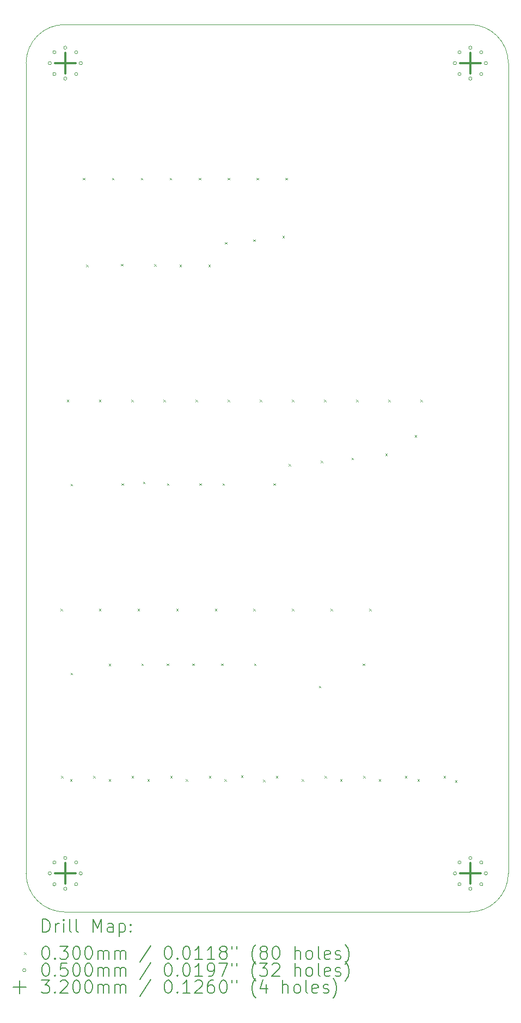
<source format=gbr>
%TF.GenerationSoftware,KiCad,Pcbnew,8.0.4*%
%TF.CreationDate,2024-07-29T20:22:20+09:30*%
%TF.ProjectId,2024_LED_Breakout_Board,32303234-5f4c-4454-945f-427265616b6f,rev?*%
%TF.SameCoordinates,Original*%
%TF.FileFunction,Drillmap*%
%TF.FilePolarity,Positive*%
%FSLAX45Y45*%
G04 Gerber Fmt 4.5, Leading zero omitted, Abs format (unit mm)*
G04 Created by KiCad (PCBNEW 8.0.4) date 2024-07-29 20:22:20*
%MOMM*%
%LPD*%
G01*
G04 APERTURE LIST*
%ADD10C,0.050000*%
%ADD11C,0.200000*%
%ADD12C,0.100000*%
%ADD13C,0.320000*%
G04 APERTURE END LIST*
D10*
X19950000Y-7000000D02*
X19950000Y-19600000D01*
X13050000Y-6400000D02*
X19350000Y-6400000D01*
X12450000Y-19600000D02*
X12450000Y-7000000D01*
X19950000Y-19600000D02*
G75*
G02*
X19350000Y-20200000I-600000J0D01*
G01*
X13050000Y-20200000D02*
G75*
G02*
X12450000Y-19600000I0J600000D01*
G01*
X19350000Y-20200000D02*
X13050000Y-20200000D01*
X12450000Y-7000000D02*
G75*
G02*
X13050000Y-6400000I600000J0D01*
G01*
X19350000Y-6400000D02*
G75*
G02*
X19950000Y-7000000I0J-600000D01*
G01*
D11*
D12*
X12985000Y-15485000D02*
X13015000Y-15515000D01*
X13015000Y-15485000D02*
X12985000Y-15515000D01*
X12992500Y-18085000D02*
X13022500Y-18115000D01*
X13022500Y-18085000D02*
X12992500Y-18115000D01*
X13085000Y-12235000D02*
X13115000Y-12265000D01*
X13115000Y-12235000D02*
X13085000Y-12265000D01*
X13135000Y-18135000D02*
X13165000Y-18165000D01*
X13165000Y-18135000D02*
X13135000Y-18165000D01*
X13141250Y-16478750D02*
X13171250Y-16508750D01*
X13171250Y-16478750D02*
X13141250Y-16508750D01*
X13142500Y-13542500D02*
X13172500Y-13572500D01*
X13172500Y-13542500D02*
X13142500Y-13572500D01*
X13335000Y-8785000D02*
X13365000Y-8815000D01*
X13365000Y-8785000D02*
X13335000Y-8815000D01*
X13385000Y-10135000D02*
X13415000Y-10165000D01*
X13415000Y-10135000D02*
X13385000Y-10165000D01*
X13492500Y-18085000D02*
X13522500Y-18115000D01*
X13522500Y-18085000D02*
X13492500Y-18115000D01*
X13585000Y-12235000D02*
X13615000Y-12265000D01*
X13615000Y-12235000D02*
X13585000Y-12265000D01*
X13585000Y-15485000D02*
X13615000Y-15515000D01*
X13615000Y-15485000D02*
X13585000Y-15515000D01*
X13735000Y-16340000D02*
X13765000Y-16370000D01*
X13765000Y-16340000D02*
X13735000Y-16370000D01*
X13735000Y-18135000D02*
X13765000Y-18165000D01*
X13765000Y-18135000D02*
X13735000Y-18165000D01*
X13785000Y-8785000D02*
X13815000Y-8815000D01*
X13815000Y-8785000D02*
X13785000Y-8815000D01*
X13924375Y-10121875D02*
X13954375Y-10151875D01*
X13954375Y-10121875D02*
X13924375Y-10151875D01*
X13935000Y-13535000D02*
X13965000Y-13565000D01*
X13965000Y-13535000D02*
X13935000Y-13565000D01*
X14085000Y-12235000D02*
X14115000Y-12265000D01*
X14115000Y-12235000D02*
X14085000Y-12265000D01*
X14092500Y-18085000D02*
X14122500Y-18115000D01*
X14122500Y-18085000D02*
X14092500Y-18115000D01*
X14185000Y-15485000D02*
X14215000Y-15515000D01*
X14215000Y-15485000D02*
X14185000Y-15515000D01*
X14235000Y-8785000D02*
X14265000Y-8815000D01*
X14265000Y-8785000D02*
X14235000Y-8815000D01*
X14245000Y-16335000D02*
X14275000Y-16365000D01*
X14275000Y-16335000D02*
X14245000Y-16365000D01*
X14270000Y-13510000D02*
X14300000Y-13540000D01*
X14300000Y-13510000D02*
X14270000Y-13540000D01*
X14335000Y-18135000D02*
X14365000Y-18165000D01*
X14365000Y-18135000D02*
X14335000Y-18165000D01*
X14442500Y-10125000D02*
X14472500Y-10155000D01*
X14472500Y-10125000D02*
X14442500Y-10155000D01*
X14585000Y-12235000D02*
X14615000Y-12265000D01*
X14615000Y-12235000D02*
X14585000Y-12265000D01*
X14635000Y-16335000D02*
X14665000Y-16365000D01*
X14665000Y-16335000D02*
X14635000Y-16365000D01*
X14642500Y-13532500D02*
X14672500Y-13562500D01*
X14672500Y-13532500D02*
X14642500Y-13562500D01*
X14685000Y-8785000D02*
X14715000Y-8815000D01*
X14715000Y-8785000D02*
X14685000Y-8815000D01*
X14692500Y-18085000D02*
X14722500Y-18115000D01*
X14722500Y-18085000D02*
X14692500Y-18115000D01*
X14785000Y-15485000D02*
X14815000Y-15515000D01*
X14815000Y-15485000D02*
X14785000Y-15515000D01*
X14835000Y-10135000D02*
X14865000Y-10165000D01*
X14865000Y-10135000D02*
X14835000Y-10165000D01*
X14935000Y-18135000D02*
X14965000Y-18165000D01*
X14965000Y-18135000D02*
X14935000Y-18165000D01*
X15035000Y-16335000D02*
X15065000Y-16365000D01*
X15065000Y-16335000D02*
X15035000Y-16365000D01*
X15085000Y-12235000D02*
X15115000Y-12265000D01*
X15115000Y-12235000D02*
X15085000Y-12265000D01*
X15135000Y-8785000D02*
X15165000Y-8815000D01*
X15165000Y-8785000D02*
X15135000Y-8815000D01*
X15145000Y-13535000D02*
X15175000Y-13565000D01*
X15175000Y-13535000D02*
X15145000Y-13565000D01*
X15285000Y-10135000D02*
X15315000Y-10165000D01*
X15315000Y-10135000D02*
X15285000Y-10165000D01*
X15292500Y-18085000D02*
X15322500Y-18115000D01*
X15322500Y-18085000D02*
X15292500Y-18115000D01*
X15385000Y-15485000D02*
X15415000Y-15515000D01*
X15415000Y-15485000D02*
X15385000Y-15515000D01*
X15485000Y-16335000D02*
X15515000Y-16365000D01*
X15515000Y-16335000D02*
X15485000Y-16365000D01*
X15505000Y-13535000D02*
X15535000Y-13565000D01*
X15535000Y-13535000D02*
X15505000Y-13565000D01*
X15535000Y-18135000D02*
X15565000Y-18165000D01*
X15565000Y-18135000D02*
X15535000Y-18165000D01*
X15542500Y-9785000D02*
X15572500Y-9815000D01*
X15572500Y-9785000D02*
X15542500Y-9815000D01*
X15585000Y-8785000D02*
X15615000Y-8815000D01*
X15615000Y-8785000D02*
X15585000Y-8815000D01*
X15585000Y-12235000D02*
X15615000Y-12265000D01*
X15615000Y-12235000D02*
X15585000Y-12265000D01*
X15792500Y-18077500D02*
X15822500Y-18107500D01*
X15822500Y-18077500D02*
X15792500Y-18107500D01*
X15984909Y-9740949D02*
X16014909Y-9770949D01*
X16014909Y-9740949D02*
X15984909Y-9770949D01*
X15985000Y-15485000D02*
X16015000Y-15515000D01*
X16015000Y-15485000D02*
X15985000Y-15515000D01*
X15995000Y-16335000D02*
X16025000Y-16365000D01*
X16025000Y-16335000D02*
X15995000Y-16365000D01*
X16035000Y-8785000D02*
X16065000Y-8815000D01*
X16065000Y-8785000D02*
X16035000Y-8815000D01*
X16085000Y-12235000D02*
X16115000Y-12265000D01*
X16115000Y-12235000D02*
X16085000Y-12265000D01*
X16135000Y-18145000D02*
X16165000Y-18175000D01*
X16165000Y-18145000D02*
X16135000Y-18175000D01*
X16295000Y-13535000D02*
X16325000Y-13565000D01*
X16325000Y-13535000D02*
X16295000Y-13565000D01*
X16335000Y-18085000D02*
X16365000Y-18115000D01*
X16365000Y-18085000D02*
X16335000Y-18115000D01*
X16435000Y-9684541D02*
X16465000Y-9714541D01*
X16465000Y-9684541D02*
X16435000Y-9714541D01*
X16485000Y-8785000D02*
X16515000Y-8815000D01*
X16515000Y-8785000D02*
X16485000Y-8815000D01*
X16535000Y-13235000D02*
X16565000Y-13265000D01*
X16565000Y-13235000D02*
X16535000Y-13265000D01*
X16585000Y-12235000D02*
X16615000Y-12265000D01*
X16615000Y-12235000D02*
X16585000Y-12265000D01*
X16585000Y-15485000D02*
X16615000Y-15515000D01*
X16615000Y-15485000D02*
X16585000Y-15515000D01*
X16735000Y-18135000D02*
X16765000Y-18165000D01*
X16765000Y-18135000D02*
X16735000Y-18165000D01*
X17003000Y-16682960D02*
X17033000Y-16712960D01*
X17033000Y-16682960D02*
X17003000Y-16712960D01*
X17035000Y-13185000D02*
X17065000Y-13215000D01*
X17065000Y-13185000D02*
X17035000Y-13215000D01*
X17085000Y-12235000D02*
X17115000Y-12265000D01*
X17115000Y-12235000D02*
X17085000Y-12265000D01*
X17092500Y-18085000D02*
X17122500Y-18115000D01*
X17122500Y-18085000D02*
X17092500Y-18115000D01*
X17185000Y-15485000D02*
X17215000Y-15515000D01*
X17215000Y-15485000D02*
X17185000Y-15515000D01*
X17335000Y-18135000D02*
X17365000Y-18165000D01*
X17365000Y-18135000D02*
X17335000Y-18165000D01*
X17510000Y-13135000D02*
X17540000Y-13165000D01*
X17540000Y-13135000D02*
X17510000Y-13165000D01*
X17585000Y-12235000D02*
X17615000Y-12265000D01*
X17615000Y-12235000D02*
X17585000Y-12265000D01*
X17685000Y-16335000D02*
X17715000Y-16365000D01*
X17715000Y-16335000D02*
X17685000Y-16365000D01*
X17692500Y-18085000D02*
X17722500Y-18115000D01*
X17722500Y-18085000D02*
X17692500Y-18115000D01*
X17785000Y-15485000D02*
X17815000Y-15515000D01*
X17815000Y-15485000D02*
X17785000Y-15515000D01*
X17935000Y-18135000D02*
X17965000Y-18165000D01*
X17965000Y-18135000D02*
X17935000Y-18165000D01*
X18035000Y-13075000D02*
X18065000Y-13105000D01*
X18065000Y-13075000D02*
X18035000Y-13105000D01*
X18085000Y-12235000D02*
X18115000Y-12265000D01*
X18115000Y-12235000D02*
X18085000Y-12265000D01*
X18342500Y-18085000D02*
X18372500Y-18115000D01*
X18372500Y-18085000D02*
X18342500Y-18115000D01*
X18495000Y-12785000D02*
X18525000Y-12815000D01*
X18525000Y-12785000D02*
X18495000Y-12815000D01*
X18535000Y-18135000D02*
X18565000Y-18165000D01*
X18565000Y-18135000D02*
X18535000Y-18165000D01*
X18585000Y-12235000D02*
X18615000Y-12265000D01*
X18615000Y-12235000D02*
X18585000Y-12265000D01*
X18942500Y-18085000D02*
X18972500Y-18115000D01*
X18972500Y-18085000D02*
X18942500Y-18115000D01*
X19121360Y-18151080D02*
X19151360Y-18181080D01*
X19151360Y-18151080D02*
X19121360Y-18181080D01*
X12845000Y-7000000D02*
G75*
G02*
X12795000Y-7000000I-25000J0D01*
G01*
X12795000Y-7000000D02*
G75*
G02*
X12845000Y-7000000I25000J0D01*
G01*
X12845000Y-19600000D02*
G75*
G02*
X12795000Y-19600000I-25000J0D01*
G01*
X12795000Y-19600000D02*
G75*
G02*
X12845000Y-19600000I25000J0D01*
G01*
X12915294Y-6830294D02*
G75*
G02*
X12865294Y-6830294I-25000J0D01*
G01*
X12865294Y-6830294D02*
G75*
G02*
X12915294Y-6830294I25000J0D01*
G01*
X12915294Y-7169706D02*
G75*
G02*
X12865294Y-7169706I-25000J0D01*
G01*
X12865294Y-7169706D02*
G75*
G02*
X12915294Y-7169706I25000J0D01*
G01*
X12915294Y-19430294D02*
G75*
G02*
X12865294Y-19430294I-25000J0D01*
G01*
X12865294Y-19430294D02*
G75*
G02*
X12915294Y-19430294I25000J0D01*
G01*
X12915294Y-19769706D02*
G75*
G02*
X12865294Y-19769706I-25000J0D01*
G01*
X12865294Y-19769706D02*
G75*
G02*
X12915294Y-19769706I25000J0D01*
G01*
X13085000Y-6760000D02*
G75*
G02*
X13035000Y-6760000I-25000J0D01*
G01*
X13035000Y-6760000D02*
G75*
G02*
X13085000Y-6760000I25000J0D01*
G01*
X13085000Y-7240000D02*
G75*
G02*
X13035000Y-7240000I-25000J0D01*
G01*
X13035000Y-7240000D02*
G75*
G02*
X13085000Y-7240000I25000J0D01*
G01*
X13085000Y-19360000D02*
G75*
G02*
X13035000Y-19360000I-25000J0D01*
G01*
X13035000Y-19360000D02*
G75*
G02*
X13085000Y-19360000I25000J0D01*
G01*
X13085000Y-19840000D02*
G75*
G02*
X13035000Y-19840000I-25000J0D01*
G01*
X13035000Y-19840000D02*
G75*
G02*
X13085000Y-19840000I25000J0D01*
G01*
X13254706Y-6830294D02*
G75*
G02*
X13204706Y-6830294I-25000J0D01*
G01*
X13204706Y-6830294D02*
G75*
G02*
X13254706Y-6830294I25000J0D01*
G01*
X13254706Y-7169706D02*
G75*
G02*
X13204706Y-7169706I-25000J0D01*
G01*
X13204706Y-7169706D02*
G75*
G02*
X13254706Y-7169706I25000J0D01*
G01*
X13254706Y-19430294D02*
G75*
G02*
X13204706Y-19430294I-25000J0D01*
G01*
X13204706Y-19430294D02*
G75*
G02*
X13254706Y-19430294I25000J0D01*
G01*
X13254706Y-19769706D02*
G75*
G02*
X13204706Y-19769706I-25000J0D01*
G01*
X13204706Y-19769706D02*
G75*
G02*
X13254706Y-19769706I25000J0D01*
G01*
X13325000Y-7000000D02*
G75*
G02*
X13275000Y-7000000I-25000J0D01*
G01*
X13275000Y-7000000D02*
G75*
G02*
X13325000Y-7000000I25000J0D01*
G01*
X13325000Y-19600000D02*
G75*
G02*
X13275000Y-19600000I-25000J0D01*
G01*
X13275000Y-19600000D02*
G75*
G02*
X13325000Y-19600000I25000J0D01*
G01*
X19145000Y-7000000D02*
G75*
G02*
X19095000Y-7000000I-25000J0D01*
G01*
X19095000Y-7000000D02*
G75*
G02*
X19145000Y-7000000I25000J0D01*
G01*
X19145000Y-19600000D02*
G75*
G02*
X19095000Y-19600000I-25000J0D01*
G01*
X19095000Y-19600000D02*
G75*
G02*
X19145000Y-19600000I25000J0D01*
G01*
X19215294Y-6830294D02*
G75*
G02*
X19165294Y-6830294I-25000J0D01*
G01*
X19165294Y-6830294D02*
G75*
G02*
X19215294Y-6830294I25000J0D01*
G01*
X19215294Y-7169706D02*
G75*
G02*
X19165294Y-7169706I-25000J0D01*
G01*
X19165294Y-7169706D02*
G75*
G02*
X19215294Y-7169706I25000J0D01*
G01*
X19215294Y-19430294D02*
G75*
G02*
X19165294Y-19430294I-25000J0D01*
G01*
X19165294Y-19430294D02*
G75*
G02*
X19215294Y-19430294I25000J0D01*
G01*
X19215294Y-19769706D02*
G75*
G02*
X19165294Y-19769706I-25000J0D01*
G01*
X19165294Y-19769706D02*
G75*
G02*
X19215294Y-19769706I25000J0D01*
G01*
X19385000Y-6760000D02*
G75*
G02*
X19335000Y-6760000I-25000J0D01*
G01*
X19335000Y-6760000D02*
G75*
G02*
X19385000Y-6760000I25000J0D01*
G01*
X19385000Y-7240000D02*
G75*
G02*
X19335000Y-7240000I-25000J0D01*
G01*
X19335000Y-7240000D02*
G75*
G02*
X19385000Y-7240000I25000J0D01*
G01*
X19385000Y-19360000D02*
G75*
G02*
X19335000Y-19360000I-25000J0D01*
G01*
X19335000Y-19360000D02*
G75*
G02*
X19385000Y-19360000I25000J0D01*
G01*
X19385000Y-19840000D02*
G75*
G02*
X19335000Y-19840000I-25000J0D01*
G01*
X19335000Y-19840000D02*
G75*
G02*
X19385000Y-19840000I25000J0D01*
G01*
X19554706Y-6830294D02*
G75*
G02*
X19504706Y-6830294I-25000J0D01*
G01*
X19504706Y-6830294D02*
G75*
G02*
X19554706Y-6830294I25000J0D01*
G01*
X19554706Y-7169706D02*
G75*
G02*
X19504706Y-7169706I-25000J0D01*
G01*
X19504706Y-7169706D02*
G75*
G02*
X19554706Y-7169706I25000J0D01*
G01*
X19554706Y-19430294D02*
G75*
G02*
X19504706Y-19430294I-25000J0D01*
G01*
X19504706Y-19430294D02*
G75*
G02*
X19554706Y-19430294I25000J0D01*
G01*
X19554706Y-19769706D02*
G75*
G02*
X19504706Y-19769706I-25000J0D01*
G01*
X19504706Y-19769706D02*
G75*
G02*
X19554706Y-19769706I25000J0D01*
G01*
X19625000Y-7000000D02*
G75*
G02*
X19575000Y-7000000I-25000J0D01*
G01*
X19575000Y-7000000D02*
G75*
G02*
X19625000Y-7000000I25000J0D01*
G01*
X19625000Y-19600000D02*
G75*
G02*
X19575000Y-19600000I-25000J0D01*
G01*
X19575000Y-19600000D02*
G75*
G02*
X19625000Y-19600000I25000J0D01*
G01*
D13*
X13060000Y-6840000D02*
X13060000Y-7160000D01*
X12900000Y-7000000D02*
X13220000Y-7000000D01*
X13060000Y-19440000D02*
X13060000Y-19760000D01*
X12900000Y-19600000D02*
X13220000Y-19600000D01*
X19360000Y-6840000D02*
X19360000Y-7160000D01*
X19200000Y-7000000D02*
X19520000Y-7000000D01*
X19360000Y-19440000D02*
X19360000Y-19760000D01*
X19200000Y-19600000D02*
X19520000Y-19600000D01*
D11*
X12708277Y-20513984D02*
X12708277Y-20313984D01*
X12708277Y-20313984D02*
X12755896Y-20313984D01*
X12755896Y-20313984D02*
X12784467Y-20323508D01*
X12784467Y-20323508D02*
X12803515Y-20342555D01*
X12803515Y-20342555D02*
X12813039Y-20361603D01*
X12813039Y-20361603D02*
X12822562Y-20399698D01*
X12822562Y-20399698D02*
X12822562Y-20428270D01*
X12822562Y-20428270D02*
X12813039Y-20466365D01*
X12813039Y-20466365D02*
X12803515Y-20485412D01*
X12803515Y-20485412D02*
X12784467Y-20504460D01*
X12784467Y-20504460D02*
X12755896Y-20513984D01*
X12755896Y-20513984D02*
X12708277Y-20513984D01*
X12908277Y-20513984D02*
X12908277Y-20380650D01*
X12908277Y-20418746D02*
X12917801Y-20399698D01*
X12917801Y-20399698D02*
X12927324Y-20390174D01*
X12927324Y-20390174D02*
X12946372Y-20380650D01*
X12946372Y-20380650D02*
X12965420Y-20380650D01*
X13032086Y-20513984D02*
X13032086Y-20380650D01*
X13032086Y-20313984D02*
X13022562Y-20323508D01*
X13022562Y-20323508D02*
X13032086Y-20333031D01*
X13032086Y-20333031D02*
X13041610Y-20323508D01*
X13041610Y-20323508D02*
X13032086Y-20313984D01*
X13032086Y-20313984D02*
X13032086Y-20333031D01*
X13155896Y-20513984D02*
X13136848Y-20504460D01*
X13136848Y-20504460D02*
X13127324Y-20485412D01*
X13127324Y-20485412D02*
X13127324Y-20313984D01*
X13260658Y-20513984D02*
X13241610Y-20504460D01*
X13241610Y-20504460D02*
X13232086Y-20485412D01*
X13232086Y-20485412D02*
X13232086Y-20313984D01*
X13489229Y-20513984D02*
X13489229Y-20313984D01*
X13489229Y-20313984D02*
X13555896Y-20456841D01*
X13555896Y-20456841D02*
X13622562Y-20313984D01*
X13622562Y-20313984D02*
X13622562Y-20513984D01*
X13803515Y-20513984D02*
X13803515Y-20409222D01*
X13803515Y-20409222D02*
X13793991Y-20390174D01*
X13793991Y-20390174D02*
X13774943Y-20380650D01*
X13774943Y-20380650D02*
X13736848Y-20380650D01*
X13736848Y-20380650D02*
X13717801Y-20390174D01*
X13803515Y-20504460D02*
X13784467Y-20513984D01*
X13784467Y-20513984D02*
X13736848Y-20513984D01*
X13736848Y-20513984D02*
X13717801Y-20504460D01*
X13717801Y-20504460D02*
X13708277Y-20485412D01*
X13708277Y-20485412D02*
X13708277Y-20466365D01*
X13708277Y-20466365D02*
X13717801Y-20447317D01*
X13717801Y-20447317D02*
X13736848Y-20437793D01*
X13736848Y-20437793D02*
X13784467Y-20437793D01*
X13784467Y-20437793D02*
X13803515Y-20428270D01*
X13898753Y-20380650D02*
X13898753Y-20580650D01*
X13898753Y-20390174D02*
X13917801Y-20380650D01*
X13917801Y-20380650D02*
X13955896Y-20380650D01*
X13955896Y-20380650D02*
X13974943Y-20390174D01*
X13974943Y-20390174D02*
X13984467Y-20399698D01*
X13984467Y-20399698D02*
X13993991Y-20418746D01*
X13993991Y-20418746D02*
X13993991Y-20475889D01*
X13993991Y-20475889D02*
X13984467Y-20494936D01*
X13984467Y-20494936D02*
X13974943Y-20504460D01*
X13974943Y-20504460D02*
X13955896Y-20513984D01*
X13955896Y-20513984D02*
X13917801Y-20513984D01*
X13917801Y-20513984D02*
X13898753Y-20504460D01*
X14079705Y-20494936D02*
X14089229Y-20504460D01*
X14089229Y-20504460D02*
X14079705Y-20513984D01*
X14079705Y-20513984D02*
X14070182Y-20504460D01*
X14070182Y-20504460D02*
X14079705Y-20494936D01*
X14079705Y-20494936D02*
X14079705Y-20513984D01*
X14079705Y-20390174D02*
X14089229Y-20399698D01*
X14089229Y-20399698D02*
X14079705Y-20409222D01*
X14079705Y-20409222D02*
X14070182Y-20399698D01*
X14070182Y-20399698D02*
X14079705Y-20390174D01*
X14079705Y-20390174D02*
X14079705Y-20409222D01*
D12*
X12417500Y-20827500D02*
X12447500Y-20857500D01*
X12447500Y-20827500D02*
X12417500Y-20857500D01*
D11*
X12746372Y-20733984D02*
X12765420Y-20733984D01*
X12765420Y-20733984D02*
X12784467Y-20743508D01*
X12784467Y-20743508D02*
X12793991Y-20753031D01*
X12793991Y-20753031D02*
X12803515Y-20772079D01*
X12803515Y-20772079D02*
X12813039Y-20810174D01*
X12813039Y-20810174D02*
X12813039Y-20857793D01*
X12813039Y-20857793D02*
X12803515Y-20895889D01*
X12803515Y-20895889D02*
X12793991Y-20914936D01*
X12793991Y-20914936D02*
X12784467Y-20924460D01*
X12784467Y-20924460D02*
X12765420Y-20933984D01*
X12765420Y-20933984D02*
X12746372Y-20933984D01*
X12746372Y-20933984D02*
X12727324Y-20924460D01*
X12727324Y-20924460D02*
X12717801Y-20914936D01*
X12717801Y-20914936D02*
X12708277Y-20895889D01*
X12708277Y-20895889D02*
X12698753Y-20857793D01*
X12698753Y-20857793D02*
X12698753Y-20810174D01*
X12698753Y-20810174D02*
X12708277Y-20772079D01*
X12708277Y-20772079D02*
X12717801Y-20753031D01*
X12717801Y-20753031D02*
X12727324Y-20743508D01*
X12727324Y-20743508D02*
X12746372Y-20733984D01*
X12898753Y-20914936D02*
X12908277Y-20924460D01*
X12908277Y-20924460D02*
X12898753Y-20933984D01*
X12898753Y-20933984D02*
X12889229Y-20924460D01*
X12889229Y-20924460D02*
X12898753Y-20914936D01*
X12898753Y-20914936D02*
X12898753Y-20933984D01*
X12974943Y-20733984D02*
X13098753Y-20733984D01*
X13098753Y-20733984D02*
X13032086Y-20810174D01*
X13032086Y-20810174D02*
X13060658Y-20810174D01*
X13060658Y-20810174D02*
X13079705Y-20819698D01*
X13079705Y-20819698D02*
X13089229Y-20829222D01*
X13089229Y-20829222D02*
X13098753Y-20848270D01*
X13098753Y-20848270D02*
X13098753Y-20895889D01*
X13098753Y-20895889D02*
X13089229Y-20914936D01*
X13089229Y-20914936D02*
X13079705Y-20924460D01*
X13079705Y-20924460D02*
X13060658Y-20933984D01*
X13060658Y-20933984D02*
X13003515Y-20933984D01*
X13003515Y-20933984D02*
X12984467Y-20924460D01*
X12984467Y-20924460D02*
X12974943Y-20914936D01*
X13222562Y-20733984D02*
X13241610Y-20733984D01*
X13241610Y-20733984D02*
X13260658Y-20743508D01*
X13260658Y-20743508D02*
X13270182Y-20753031D01*
X13270182Y-20753031D02*
X13279705Y-20772079D01*
X13279705Y-20772079D02*
X13289229Y-20810174D01*
X13289229Y-20810174D02*
X13289229Y-20857793D01*
X13289229Y-20857793D02*
X13279705Y-20895889D01*
X13279705Y-20895889D02*
X13270182Y-20914936D01*
X13270182Y-20914936D02*
X13260658Y-20924460D01*
X13260658Y-20924460D02*
X13241610Y-20933984D01*
X13241610Y-20933984D02*
X13222562Y-20933984D01*
X13222562Y-20933984D02*
X13203515Y-20924460D01*
X13203515Y-20924460D02*
X13193991Y-20914936D01*
X13193991Y-20914936D02*
X13184467Y-20895889D01*
X13184467Y-20895889D02*
X13174943Y-20857793D01*
X13174943Y-20857793D02*
X13174943Y-20810174D01*
X13174943Y-20810174D02*
X13184467Y-20772079D01*
X13184467Y-20772079D02*
X13193991Y-20753031D01*
X13193991Y-20753031D02*
X13203515Y-20743508D01*
X13203515Y-20743508D02*
X13222562Y-20733984D01*
X13413039Y-20733984D02*
X13432086Y-20733984D01*
X13432086Y-20733984D02*
X13451134Y-20743508D01*
X13451134Y-20743508D02*
X13460658Y-20753031D01*
X13460658Y-20753031D02*
X13470182Y-20772079D01*
X13470182Y-20772079D02*
X13479705Y-20810174D01*
X13479705Y-20810174D02*
X13479705Y-20857793D01*
X13479705Y-20857793D02*
X13470182Y-20895889D01*
X13470182Y-20895889D02*
X13460658Y-20914936D01*
X13460658Y-20914936D02*
X13451134Y-20924460D01*
X13451134Y-20924460D02*
X13432086Y-20933984D01*
X13432086Y-20933984D02*
X13413039Y-20933984D01*
X13413039Y-20933984D02*
X13393991Y-20924460D01*
X13393991Y-20924460D02*
X13384467Y-20914936D01*
X13384467Y-20914936D02*
X13374943Y-20895889D01*
X13374943Y-20895889D02*
X13365420Y-20857793D01*
X13365420Y-20857793D02*
X13365420Y-20810174D01*
X13365420Y-20810174D02*
X13374943Y-20772079D01*
X13374943Y-20772079D02*
X13384467Y-20753031D01*
X13384467Y-20753031D02*
X13393991Y-20743508D01*
X13393991Y-20743508D02*
X13413039Y-20733984D01*
X13565420Y-20933984D02*
X13565420Y-20800650D01*
X13565420Y-20819698D02*
X13574943Y-20810174D01*
X13574943Y-20810174D02*
X13593991Y-20800650D01*
X13593991Y-20800650D02*
X13622563Y-20800650D01*
X13622563Y-20800650D02*
X13641610Y-20810174D01*
X13641610Y-20810174D02*
X13651134Y-20829222D01*
X13651134Y-20829222D02*
X13651134Y-20933984D01*
X13651134Y-20829222D02*
X13660658Y-20810174D01*
X13660658Y-20810174D02*
X13679705Y-20800650D01*
X13679705Y-20800650D02*
X13708277Y-20800650D01*
X13708277Y-20800650D02*
X13727324Y-20810174D01*
X13727324Y-20810174D02*
X13736848Y-20829222D01*
X13736848Y-20829222D02*
X13736848Y-20933984D01*
X13832086Y-20933984D02*
X13832086Y-20800650D01*
X13832086Y-20819698D02*
X13841610Y-20810174D01*
X13841610Y-20810174D02*
X13860658Y-20800650D01*
X13860658Y-20800650D02*
X13889229Y-20800650D01*
X13889229Y-20800650D02*
X13908277Y-20810174D01*
X13908277Y-20810174D02*
X13917801Y-20829222D01*
X13917801Y-20829222D02*
X13917801Y-20933984D01*
X13917801Y-20829222D02*
X13927324Y-20810174D01*
X13927324Y-20810174D02*
X13946372Y-20800650D01*
X13946372Y-20800650D02*
X13974943Y-20800650D01*
X13974943Y-20800650D02*
X13993991Y-20810174D01*
X13993991Y-20810174D02*
X14003515Y-20829222D01*
X14003515Y-20829222D02*
X14003515Y-20933984D01*
X14393991Y-20724460D02*
X14222563Y-20981603D01*
X14651134Y-20733984D02*
X14670182Y-20733984D01*
X14670182Y-20733984D02*
X14689229Y-20743508D01*
X14689229Y-20743508D02*
X14698753Y-20753031D01*
X14698753Y-20753031D02*
X14708277Y-20772079D01*
X14708277Y-20772079D02*
X14717801Y-20810174D01*
X14717801Y-20810174D02*
X14717801Y-20857793D01*
X14717801Y-20857793D02*
X14708277Y-20895889D01*
X14708277Y-20895889D02*
X14698753Y-20914936D01*
X14698753Y-20914936D02*
X14689229Y-20924460D01*
X14689229Y-20924460D02*
X14670182Y-20933984D01*
X14670182Y-20933984D02*
X14651134Y-20933984D01*
X14651134Y-20933984D02*
X14632086Y-20924460D01*
X14632086Y-20924460D02*
X14622563Y-20914936D01*
X14622563Y-20914936D02*
X14613039Y-20895889D01*
X14613039Y-20895889D02*
X14603515Y-20857793D01*
X14603515Y-20857793D02*
X14603515Y-20810174D01*
X14603515Y-20810174D02*
X14613039Y-20772079D01*
X14613039Y-20772079D02*
X14622563Y-20753031D01*
X14622563Y-20753031D02*
X14632086Y-20743508D01*
X14632086Y-20743508D02*
X14651134Y-20733984D01*
X14803515Y-20914936D02*
X14813039Y-20924460D01*
X14813039Y-20924460D02*
X14803515Y-20933984D01*
X14803515Y-20933984D02*
X14793991Y-20924460D01*
X14793991Y-20924460D02*
X14803515Y-20914936D01*
X14803515Y-20914936D02*
X14803515Y-20933984D01*
X14936848Y-20733984D02*
X14955896Y-20733984D01*
X14955896Y-20733984D02*
X14974944Y-20743508D01*
X14974944Y-20743508D02*
X14984467Y-20753031D01*
X14984467Y-20753031D02*
X14993991Y-20772079D01*
X14993991Y-20772079D02*
X15003515Y-20810174D01*
X15003515Y-20810174D02*
X15003515Y-20857793D01*
X15003515Y-20857793D02*
X14993991Y-20895889D01*
X14993991Y-20895889D02*
X14984467Y-20914936D01*
X14984467Y-20914936D02*
X14974944Y-20924460D01*
X14974944Y-20924460D02*
X14955896Y-20933984D01*
X14955896Y-20933984D02*
X14936848Y-20933984D01*
X14936848Y-20933984D02*
X14917801Y-20924460D01*
X14917801Y-20924460D02*
X14908277Y-20914936D01*
X14908277Y-20914936D02*
X14898753Y-20895889D01*
X14898753Y-20895889D02*
X14889229Y-20857793D01*
X14889229Y-20857793D02*
X14889229Y-20810174D01*
X14889229Y-20810174D02*
X14898753Y-20772079D01*
X14898753Y-20772079D02*
X14908277Y-20753031D01*
X14908277Y-20753031D02*
X14917801Y-20743508D01*
X14917801Y-20743508D02*
X14936848Y-20733984D01*
X15193991Y-20933984D02*
X15079706Y-20933984D01*
X15136848Y-20933984D02*
X15136848Y-20733984D01*
X15136848Y-20733984D02*
X15117801Y-20762555D01*
X15117801Y-20762555D02*
X15098753Y-20781603D01*
X15098753Y-20781603D02*
X15079706Y-20791127D01*
X15384467Y-20933984D02*
X15270182Y-20933984D01*
X15327325Y-20933984D02*
X15327325Y-20733984D01*
X15327325Y-20733984D02*
X15308277Y-20762555D01*
X15308277Y-20762555D02*
X15289229Y-20781603D01*
X15289229Y-20781603D02*
X15270182Y-20791127D01*
X15498753Y-20819698D02*
X15479706Y-20810174D01*
X15479706Y-20810174D02*
X15470182Y-20800650D01*
X15470182Y-20800650D02*
X15460658Y-20781603D01*
X15460658Y-20781603D02*
X15460658Y-20772079D01*
X15460658Y-20772079D02*
X15470182Y-20753031D01*
X15470182Y-20753031D02*
X15479706Y-20743508D01*
X15479706Y-20743508D02*
X15498753Y-20733984D01*
X15498753Y-20733984D02*
X15536848Y-20733984D01*
X15536848Y-20733984D02*
X15555896Y-20743508D01*
X15555896Y-20743508D02*
X15565420Y-20753031D01*
X15565420Y-20753031D02*
X15574944Y-20772079D01*
X15574944Y-20772079D02*
X15574944Y-20781603D01*
X15574944Y-20781603D02*
X15565420Y-20800650D01*
X15565420Y-20800650D02*
X15555896Y-20810174D01*
X15555896Y-20810174D02*
X15536848Y-20819698D01*
X15536848Y-20819698D02*
X15498753Y-20819698D01*
X15498753Y-20819698D02*
X15479706Y-20829222D01*
X15479706Y-20829222D02*
X15470182Y-20838746D01*
X15470182Y-20838746D02*
X15460658Y-20857793D01*
X15460658Y-20857793D02*
X15460658Y-20895889D01*
X15460658Y-20895889D02*
X15470182Y-20914936D01*
X15470182Y-20914936D02*
X15479706Y-20924460D01*
X15479706Y-20924460D02*
X15498753Y-20933984D01*
X15498753Y-20933984D02*
X15536848Y-20933984D01*
X15536848Y-20933984D02*
X15555896Y-20924460D01*
X15555896Y-20924460D02*
X15565420Y-20914936D01*
X15565420Y-20914936D02*
X15574944Y-20895889D01*
X15574944Y-20895889D02*
X15574944Y-20857793D01*
X15574944Y-20857793D02*
X15565420Y-20838746D01*
X15565420Y-20838746D02*
X15555896Y-20829222D01*
X15555896Y-20829222D02*
X15536848Y-20819698D01*
X15651134Y-20733984D02*
X15651134Y-20772079D01*
X15727325Y-20733984D02*
X15727325Y-20772079D01*
X16022563Y-21010174D02*
X16013039Y-21000650D01*
X16013039Y-21000650D02*
X15993991Y-20972079D01*
X15993991Y-20972079D02*
X15984468Y-20953031D01*
X15984468Y-20953031D02*
X15974944Y-20924460D01*
X15974944Y-20924460D02*
X15965420Y-20876841D01*
X15965420Y-20876841D02*
X15965420Y-20838746D01*
X15965420Y-20838746D02*
X15974944Y-20791127D01*
X15974944Y-20791127D02*
X15984468Y-20762555D01*
X15984468Y-20762555D02*
X15993991Y-20743508D01*
X15993991Y-20743508D02*
X16013039Y-20714936D01*
X16013039Y-20714936D02*
X16022563Y-20705412D01*
X16127325Y-20819698D02*
X16108277Y-20810174D01*
X16108277Y-20810174D02*
X16098753Y-20800650D01*
X16098753Y-20800650D02*
X16089229Y-20781603D01*
X16089229Y-20781603D02*
X16089229Y-20772079D01*
X16089229Y-20772079D02*
X16098753Y-20753031D01*
X16098753Y-20753031D02*
X16108277Y-20743508D01*
X16108277Y-20743508D02*
X16127325Y-20733984D01*
X16127325Y-20733984D02*
X16165420Y-20733984D01*
X16165420Y-20733984D02*
X16184468Y-20743508D01*
X16184468Y-20743508D02*
X16193991Y-20753031D01*
X16193991Y-20753031D02*
X16203515Y-20772079D01*
X16203515Y-20772079D02*
X16203515Y-20781603D01*
X16203515Y-20781603D02*
X16193991Y-20800650D01*
X16193991Y-20800650D02*
X16184468Y-20810174D01*
X16184468Y-20810174D02*
X16165420Y-20819698D01*
X16165420Y-20819698D02*
X16127325Y-20819698D01*
X16127325Y-20819698D02*
X16108277Y-20829222D01*
X16108277Y-20829222D02*
X16098753Y-20838746D01*
X16098753Y-20838746D02*
X16089229Y-20857793D01*
X16089229Y-20857793D02*
X16089229Y-20895889D01*
X16089229Y-20895889D02*
X16098753Y-20914936D01*
X16098753Y-20914936D02*
X16108277Y-20924460D01*
X16108277Y-20924460D02*
X16127325Y-20933984D01*
X16127325Y-20933984D02*
X16165420Y-20933984D01*
X16165420Y-20933984D02*
X16184468Y-20924460D01*
X16184468Y-20924460D02*
X16193991Y-20914936D01*
X16193991Y-20914936D02*
X16203515Y-20895889D01*
X16203515Y-20895889D02*
X16203515Y-20857793D01*
X16203515Y-20857793D02*
X16193991Y-20838746D01*
X16193991Y-20838746D02*
X16184468Y-20829222D01*
X16184468Y-20829222D02*
X16165420Y-20819698D01*
X16327325Y-20733984D02*
X16346372Y-20733984D01*
X16346372Y-20733984D02*
X16365420Y-20743508D01*
X16365420Y-20743508D02*
X16374944Y-20753031D01*
X16374944Y-20753031D02*
X16384468Y-20772079D01*
X16384468Y-20772079D02*
X16393991Y-20810174D01*
X16393991Y-20810174D02*
X16393991Y-20857793D01*
X16393991Y-20857793D02*
X16384468Y-20895889D01*
X16384468Y-20895889D02*
X16374944Y-20914936D01*
X16374944Y-20914936D02*
X16365420Y-20924460D01*
X16365420Y-20924460D02*
X16346372Y-20933984D01*
X16346372Y-20933984D02*
X16327325Y-20933984D01*
X16327325Y-20933984D02*
X16308277Y-20924460D01*
X16308277Y-20924460D02*
X16298753Y-20914936D01*
X16298753Y-20914936D02*
X16289229Y-20895889D01*
X16289229Y-20895889D02*
X16279706Y-20857793D01*
X16279706Y-20857793D02*
X16279706Y-20810174D01*
X16279706Y-20810174D02*
X16289229Y-20772079D01*
X16289229Y-20772079D02*
X16298753Y-20753031D01*
X16298753Y-20753031D02*
X16308277Y-20743508D01*
X16308277Y-20743508D02*
X16327325Y-20733984D01*
X16632087Y-20933984D02*
X16632087Y-20733984D01*
X16717801Y-20933984D02*
X16717801Y-20829222D01*
X16717801Y-20829222D02*
X16708277Y-20810174D01*
X16708277Y-20810174D02*
X16689230Y-20800650D01*
X16689230Y-20800650D02*
X16660658Y-20800650D01*
X16660658Y-20800650D02*
X16641610Y-20810174D01*
X16641610Y-20810174D02*
X16632087Y-20819698D01*
X16841611Y-20933984D02*
X16822563Y-20924460D01*
X16822563Y-20924460D02*
X16813039Y-20914936D01*
X16813039Y-20914936D02*
X16803515Y-20895889D01*
X16803515Y-20895889D02*
X16803515Y-20838746D01*
X16803515Y-20838746D02*
X16813039Y-20819698D01*
X16813039Y-20819698D02*
X16822563Y-20810174D01*
X16822563Y-20810174D02*
X16841611Y-20800650D01*
X16841611Y-20800650D02*
X16870182Y-20800650D01*
X16870182Y-20800650D02*
X16889230Y-20810174D01*
X16889230Y-20810174D02*
X16898753Y-20819698D01*
X16898753Y-20819698D02*
X16908277Y-20838746D01*
X16908277Y-20838746D02*
X16908277Y-20895889D01*
X16908277Y-20895889D02*
X16898753Y-20914936D01*
X16898753Y-20914936D02*
X16889230Y-20924460D01*
X16889230Y-20924460D02*
X16870182Y-20933984D01*
X16870182Y-20933984D02*
X16841611Y-20933984D01*
X17022563Y-20933984D02*
X17003515Y-20924460D01*
X17003515Y-20924460D02*
X16993992Y-20905412D01*
X16993992Y-20905412D02*
X16993992Y-20733984D01*
X17174944Y-20924460D02*
X17155896Y-20933984D01*
X17155896Y-20933984D02*
X17117801Y-20933984D01*
X17117801Y-20933984D02*
X17098753Y-20924460D01*
X17098753Y-20924460D02*
X17089230Y-20905412D01*
X17089230Y-20905412D02*
X17089230Y-20829222D01*
X17089230Y-20829222D02*
X17098753Y-20810174D01*
X17098753Y-20810174D02*
X17117801Y-20800650D01*
X17117801Y-20800650D02*
X17155896Y-20800650D01*
X17155896Y-20800650D02*
X17174944Y-20810174D01*
X17174944Y-20810174D02*
X17184468Y-20829222D01*
X17184468Y-20829222D02*
X17184468Y-20848270D01*
X17184468Y-20848270D02*
X17089230Y-20867317D01*
X17260658Y-20924460D02*
X17279706Y-20933984D01*
X17279706Y-20933984D02*
X17317801Y-20933984D01*
X17317801Y-20933984D02*
X17336849Y-20924460D01*
X17336849Y-20924460D02*
X17346373Y-20905412D01*
X17346373Y-20905412D02*
X17346373Y-20895889D01*
X17346373Y-20895889D02*
X17336849Y-20876841D01*
X17336849Y-20876841D02*
X17317801Y-20867317D01*
X17317801Y-20867317D02*
X17289230Y-20867317D01*
X17289230Y-20867317D02*
X17270182Y-20857793D01*
X17270182Y-20857793D02*
X17260658Y-20838746D01*
X17260658Y-20838746D02*
X17260658Y-20829222D01*
X17260658Y-20829222D02*
X17270182Y-20810174D01*
X17270182Y-20810174D02*
X17289230Y-20800650D01*
X17289230Y-20800650D02*
X17317801Y-20800650D01*
X17317801Y-20800650D02*
X17336849Y-20810174D01*
X17413039Y-21010174D02*
X17422563Y-21000650D01*
X17422563Y-21000650D02*
X17441611Y-20972079D01*
X17441611Y-20972079D02*
X17451134Y-20953031D01*
X17451134Y-20953031D02*
X17460658Y-20924460D01*
X17460658Y-20924460D02*
X17470182Y-20876841D01*
X17470182Y-20876841D02*
X17470182Y-20838746D01*
X17470182Y-20838746D02*
X17460658Y-20791127D01*
X17460658Y-20791127D02*
X17451134Y-20762555D01*
X17451134Y-20762555D02*
X17441611Y-20743508D01*
X17441611Y-20743508D02*
X17422563Y-20714936D01*
X17422563Y-20714936D02*
X17413039Y-20705412D01*
D12*
X12447500Y-21106500D02*
G75*
G02*
X12397500Y-21106500I-25000J0D01*
G01*
X12397500Y-21106500D02*
G75*
G02*
X12447500Y-21106500I25000J0D01*
G01*
D11*
X12746372Y-20997984D02*
X12765420Y-20997984D01*
X12765420Y-20997984D02*
X12784467Y-21007508D01*
X12784467Y-21007508D02*
X12793991Y-21017031D01*
X12793991Y-21017031D02*
X12803515Y-21036079D01*
X12803515Y-21036079D02*
X12813039Y-21074174D01*
X12813039Y-21074174D02*
X12813039Y-21121793D01*
X12813039Y-21121793D02*
X12803515Y-21159889D01*
X12803515Y-21159889D02*
X12793991Y-21178936D01*
X12793991Y-21178936D02*
X12784467Y-21188460D01*
X12784467Y-21188460D02*
X12765420Y-21197984D01*
X12765420Y-21197984D02*
X12746372Y-21197984D01*
X12746372Y-21197984D02*
X12727324Y-21188460D01*
X12727324Y-21188460D02*
X12717801Y-21178936D01*
X12717801Y-21178936D02*
X12708277Y-21159889D01*
X12708277Y-21159889D02*
X12698753Y-21121793D01*
X12698753Y-21121793D02*
X12698753Y-21074174D01*
X12698753Y-21074174D02*
X12708277Y-21036079D01*
X12708277Y-21036079D02*
X12717801Y-21017031D01*
X12717801Y-21017031D02*
X12727324Y-21007508D01*
X12727324Y-21007508D02*
X12746372Y-20997984D01*
X12898753Y-21178936D02*
X12908277Y-21188460D01*
X12908277Y-21188460D02*
X12898753Y-21197984D01*
X12898753Y-21197984D02*
X12889229Y-21188460D01*
X12889229Y-21188460D02*
X12898753Y-21178936D01*
X12898753Y-21178936D02*
X12898753Y-21197984D01*
X13089229Y-20997984D02*
X12993991Y-20997984D01*
X12993991Y-20997984D02*
X12984467Y-21093222D01*
X12984467Y-21093222D02*
X12993991Y-21083698D01*
X12993991Y-21083698D02*
X13013039Y-21074174D01*
X13013039Y-21074174D02*
X13060658Y-21074174D01*
X13060658Y-21074174D02*
X13079705Y-21083698D01*
X13079705Y-21083698D02*
X13089229Y-21093222D01*
X13089229Y-21093222D02*
X13098753Y-21112270D01*
X13098753Y-21112270D02*
X13098753Y-21159889D01*
X13098753Y-21159889D02*
X13089229Y-21178936D01*
X13089229Y-21178936D02*
X13079705Y-21188460D01*
X13079705Y-21188460D02*
X13060658Y-21197984D01*
X13060658Y-21197984D02*
X13013039Y-21197984D01*
X13013039Y-21197984D02*
X12993991Y-21188460D01*
X12993991Y-21188460D02*
X12984467Y-21178936D01*
X13222562Y-20997984D02*
X13241610Y-20997984D01*
X13241610Y-20997984D02*
X13260658Y-21007508D01*
X13260658Y-21007508D02*
X13270182Y-21017031D01*
X13270182Y-21017031D02*
X13279705Y-21036079D01*
X13279705Y-21036079D02*
X13289229Y-21074174D01*
X13289229Y-21074174D02*
X13289229Y-21121793D01*
X13289229Y-21121793D02*
X13279705Y-21159889D01*
X13279705Y-21159889D02*
X13270182Y-21178936D01*
X13270182Y-21178936D02*
X13260658Y-21188460D01*
X13260658Y-21188460D02*
X13241610Y-21197984D01*
X13241610Y-21197984D02*
X13222562Y-21197984D01*
X13222562Y-21197984D02*
X13203515Y-21188460D01*
X13203515Y-21188460D02*
X13193991Y-21178936D01*
X13193991Y-21178936D02*
X13184467Y-21159889D01*
X13184467Y-21159889D02*
X13174943Y-21121793D01*
X13174943Y-21121793D02*
X13174943Y-21074174D01*
X13174943Y-21074174D02*
X13184467Y-21036079D01*
X13184467Y-21036079D02*
X13193991Y-21017031D01*
X13193991Y-21017031D02*
X13203515Y-21007508D01*
X13203515Y-21007508D02*
X13222562Y-20997984D01*
X13413039Y-20997984D02*
X13432086Y-20997984D01*
X13432086Y-20997984D02*
X13451134Y-21007508D01*
X13451134Y-21007508D02*
X13460658Y-21017031D01*
X13460658Y-21017031D02*
X13470182Y-21036079D01*
X13470182Y-21036079D02*
X13479705Y-21074174D01*
X13479705Y-21074174D02*
X13479705Y-21121793D01*
X13479705Y-21121793D02*
X13470182Y-21159889D01*
X13470182Y-21159889D02*
X13460658Y-21178936D01*
X13460658Y-21178936D02*
X13451134Y-21188460D01*
X13451134Y-21188460D02*
X13432086Y-21197984D01*
X13432086Y-21197984D02*
X13413039Y-21197984D01*
X13413039Y-21197984D02*
X13393991Y-21188460D01*
X13393991Y-21188460D02*
X13384467Y-21178936D01*
X13384467Y-21178936D02*
X13374943Y-21159889D01*
X13374943Y-21159889D02*
X13365420Y-21121793D01*
X13365420Y-21121793D02*
X13365420Y-21074174D01*
X13365420Y-21074174D02*
X13374943Y-21036079D01*
X13374943Y-21036079D02*
X13384467Y-21017031D01*
X13384467Y-21017031D02*
X13393991Y-21007508D01*
X13393991Y-21007508D02*
X13413039Y-20997984D01*
X13565420Y-21197984D02*
X13565420Y-21064650D01*
X13565420Y-21083698D02*
X13574943Y-21074174D01*
X13574943Y-21074174D02*
X13593991Y-21064650D01*
X13593991Y-21064650D02*
X13622563Y-21064650D01*
X13622563Y-21064650D02*
X13641610Y-21074174D01*
X13641610Y-21074174D02*
X13651134Y-21093222D01*
X13651134Y-21093222D02*
X13651134Y-21197984D01*
X13651134Y-21093222D02*
X13660658Y-21074174D01*
X13660658Y-21074174D02*
X13679705Y-21064650D01*
X13679705Y-21064650D02*
X13708277Y-21064650D01*
X13708277Y-21064650D02*
X13727324Y-21074174D01*
X13727324Y-21074174D02*
X13736848Y-21093222D01*
X13736848Y-21093222D02*
X13736848Y-21197984D01*
X13832086Y-21197984D02*
X13832086Y-21064650D01*
X13832086Y-21083698D02*
X13841610Y-21074174D01*
X13841610Y-21074174D02*
X13860658Y-21064650D01*
X13860658Y-21064650D02*
X13889229Y-21064650D01*
X13889229Y-21064650D02*
X13908277Y-21074174D01*
X13908277Y-21074174D02*
X13917801Y-21093222D01*
X13917801Y-21093222D02*
X13917801Y-21197984D01*
X13917801Y-21093222D02*
X13927324Y-21074174D01*
X13927324Y-21074174D02*
X13946372Y-21064650D01*
X13946372Y-21064650D02*
X13974943Y-21064650D01*
X13974943Y-21064650D02*
X13993991Y-21074174D01*
X13993991Y-21074174D02*
X14003515Y-21093222D01*
X14003515Y-21093222D02*
X14003515Y-21197984D01*
X14393991Y-20988460D02*
X14222563Y-21245603D01*
X14651134Y-20997984D02*
X14670182Y-20997984D01*
X14670182Y-20997984D02*
X14689229Y-21007508D01*
X14689229Y-21007508D02*
X14698753Y-21017031D01*
X14698753Y-21017031D02*
X14708277Y-21036079D01*
X14708277Y-21036079D02*
X14717801Y-21074174D01*
X14717801Y-21074174D02*
X14717801Y-21121793D01*
X14717801Y-21121793D02*
X14708277Y-21159889D01*
X14708277Y-21159889D02*
X14698753Y-21178936D01*
X14698753Y-21178936D02*
X14689229Y-21188460D01*
X14689229Y-21188460D02*
X14670182Y-21197984D01*
X14670182Y-21197984D02*
X14651134Y-21197984D01*
X14651134Y-21197984D02*
X14632086Y-21188460D01*
X14632086Y-21188460D02*
X14622563Y-21178936D01*
X14622563Y-21178936D02*
X14613039Y-21159889D01*
X14613039Y-21159889D02*
X14603515Y-21121793D01*
X14603515Y-21121793D02*
X14603515Y-21074174D01*
X14603515Y-21074174D02*
X14613039Y-21036079D01*
X14613039Y-21036079D02*
X14622563Y-21017031D01*
X14622563Y-21017031D02*
X14632086Y-21007508D01*
X14632086Y-21007508D02*
X14651134Y-20997984D01*
X14803515Y-21178936D02*
X14813039Y-21188460D01*
X14813039Y-21188460D02*
X14803515Y-21197984D01*
X14803515Y-21197984D02*
X14793991Y-21188460D01*
X14793991Y-21188460D02*
X14803515Y-21178936D01*
X14803515Y-21178936D02*
X14803515Y-21197984D01*
X14936848Y-20997984D02*
X14955896Y-20997984D01*
X14955896Y-20997984D02*
X14974944Y-21007508D01*
X14974944Y-21007508D02*
X14984467Y-21017031D01*
X14984467Y-21017031D02*
X14993991Y-21036079D01*
X14993991Y-21036079D02*
X15003515Y-21074174D01*
X15003515Y-21074174D02*
X15003515Y-21121793D01*
X15003515Y-21121793D02*
X14993991Y-21159889D01*
X14993991Y-21159889D02*
X14984467Y-21178936D01*
X14984467Y-21178936D02*
X14974944Y-21188460D01*
X14974944Y-21188460D02*
X14955896Y-21197984D01*
X14955896Y-21197984D02*
X14936848Y-21197984D01*
X14936848Y-21197984D02*
X14917801Y-21188460D01*
X14917801Y-21188460D02*
X14908277Y-21178936D01*
X14908277Y-21178936D02*
X14898753Y-21159889D01*
X14898753Y-21159889D02*
X14889229Y-21121793D01*
X14889229Y-21121793D02*
X14889229Y-21074174D01*
X14889229Y-21074174D02*
X14898753Y-21036079D01*
X14898753Y-21036079D02*
X14908277Y-21017031D01*
X14908277Y-21017031D02*
X14917801Y-21007508D01*
X14917801Y-21007508D02*
X14936848Y-20997984D01*
X15193991Y-21197984D02*
X15079706Y-21197984D01*
X15136848Y-21197984D02*
X15136848Y-20997984D01*
X15136848Y-20997984D02*
X15117801Y-21026555D01*
X15117801Y-21026555D02*
X15098753Y-21045603D01*
X15098753Y-21045603D02*
X15079706Y-21055127D01*
X15289229Y-21197984D02*
X15327325Y-21197984D01*
X15327325Y-21197984D02*
X15346372Y-21188460D01*
X15346372Y-21188460D02*
X15355896Y-21178936D01*
X15355896Y-21178936D02*
X15374944Y-21150365D01*
X15374944Y-21150365D02*
X15384467Y-21112270D01*
X15384467Y-21112270D02*
X15384467Y-21036079D01*
X15384467Y-21036079D02*
X15374944Y-21017031D01*
X15374944Y-21017031D02*
X15365420Y-21007508D01*
X15365420Y-21007508D02*
X15346372Y-20997984D01*
X15346372Y-20997984D02*
X15308277Y-20997984D01*
X15308277Y-20997984D02*
X15289229Y-21007508D01*
X15289229Y-21007508D02*
X15279706Y-21017031D01*
X15279706Y-21017031D02*
X15270182Y-21036079D01*
X15270182Y-21036079D02*
X15270182Y-21083698D01*
X15270182Y-21083698D02*
X15279706Y-21102746D01*
X15279706Y-21102746D02*
X15289229Y-21112270D01*
X15289229Y-21112270D02*
X15308277Y-21121793D01*
X15308277Y-21121793D02*
X15346372Y-21121793D01*
X15346372Y-21121793D02*
X15365420Y-21112270D01*
X15365420Y-21112270D02*
X15374944Y-21102746D01*
X15374944Y-21102746D02*
X15384467Y-21083698D01*
X15451134Y-20997984D02*
X15584467Y-20997984D01*
X15584467Y-20997984D02*
X15498753Y-21197984D01*
X15651134Y-20997984D02*
X15651134Y-21036079D01*
X15727325Y-20997984D02*
X15727325Y-21036079D01*
X16022563Y-21274174D02*
X16013039Y-21264650D01*
X16013039Y-21264650D02*
X15993991Y-21236079D01*
X15993991Y-21236079D02*
X15984468Y-21217031D01*
X15984468Y-21217031D02*
X15974944Y-21188460D01*
X15974944Y-21188460D02*
X15965420Y-21140841D01*
X15965420Y-21140841D02*
X15965420Y-21102746D01*
X15965420Y-21102746D02*
X15974944Y-21055127D01*
X15974944Y-21055127D02*
X15984468Y-21026555D01*
X15984468Y-21026555D02*
X15993991Y-21007508D01*
X15993991Y-21007508D02*
X16013039Y-20978936D01*
X16013039Y-20978936D02*
X16022563Y-20969412D01*
X16079706Y-20997984D02*
X16203515Y-20997984D01*
X16203515Y-20997984D02*
X16136848Y-21074174D01*
X16136848Y-21074174D02*
X16165420Y-21074174D01*
X16165420Y-21074174D02*
X16184468Y-21083698D01*
X16184468Y-21083698D02*
X16193991Y-21093222D01*
X16193991Y-21093222D02*
X16203515Y-21112270D01*
X16203515Y-21112270D02*
X16203515Y-21159889D01*
X16203515Y-21159889D02*
X16193991Y-21178936D01*
X16193991Y-21178936D02*
X16184468Y-21188460D01*
X16184468Y-21188460D02*
X16165420Y-21197984D01*
X16165420Y-21197984D02*
X16108277Y-21197984D01*
X16108277Y-21197984D02*
X16089229Y-21188460D01*
X16089229Y-21188460D02*
X16079706Y-21178936D01*
X16279706Y-21017031D02*
X16289229Y-21007508D01*
X16289229Y-21007508D02*
X16308277Y-20997984D01*
X16308277Y-20997984D02*
X16355896Y-20997984D01*
X16355896Y-20997984D02*
X16374944Y-21007508D01*
X16374944Y-21007508D02*
X16384468Y-21017031D01*
X16384468Y-21017031D02*
X16393991Y-21036079D01*
X16393991Y-21036079D02*
X16393991Y-21055127D01*
X16393991Y-21055127D02*
X16384468Y-21083698D01*
X16384468Y-21083698D02*
X16270182Y-21197984D01*
X16270182Y-21197984D02*
X16393991Y-21197984D01*
X16632087Y-21197984D02*
X16632087Y-20997984D01*
X16717801Y-21197984D02*
X16717801Y-21093222D01*
X16717801Y-21093222D02*
X16708277Y-21074174D01*
X16708277Y-21074174D02*
X16689230Y-21064650D01*
X16689230Y-21064650D02*
X16660658Y-21064650D01*
X16660658Y-21064650D02*
X16641610Y-21074174D01*
X16641610Y-21074174D02*
X16632087Y-21083698D01*
X16841611Y-21197984D02*
X16822563Y-21188460D01*
X16822563Y-21188460D02*
X16813039Y-21178936D01*
X16813039Y-21178936D02*
X16803515Y-21159889D01*
X16803515Y-21159889D02*
X16803515Y-21102746D01*
X16803515Y-21102746D02*
X16813039Y-21083698D01*
X16813039Y-21083698D02*
X16822563Y-21074174D01*
X16822563Y-21074174D02*
X16841611Y-21064650D01*
X16841611Y-21064650D02*
X16870182Y-21064650D01*
X16870182Y-21064650D02*
X16889230Y-21074174D01*
X16889230Y-21074174D02*
X16898753Y-21083698D01*
X16898753Y-21083698D02*
X16908277Y-21102746D01*
X16908277Y-21102746D02*
X16908277Y-21159889D01*
X16908277Y-21159889D02*
X16898753Y-21178936D01*
X16898753Y-21178936D02*
X16889230Y-21188460D01*
X16889230Y-21188460D02*
X16870182Y-21197984D01*
X16870182Y-21197984D02*
X16841611Y-21197984D01*
X17022563Y-21197984D02*
X17003515Y-21188460D01*
X17003515Y-21188460D02*
X16993992Y-21169412D01*
X16993992Y-21169412D02*
X16993992Y-20997984D01*
X17174944Y-21188460D02*
X17155896Y-21197984D01*
X17155896Y-21197984D02*
X17117801Y-21197984D01*
X17117801Y-21197984D02*
X17098753Y-21188460D01*
X17098753Y-21188460D02*
X17089230Y-21169412D01*
X17089230Y-21169412D02*
X17089230Y-21093222D01*
X17089230Y-21093222D02*
X17098753Y-21074174D01*
X17098753Y-21074174D02*
X17117801Y-21064650D01*
X17117801Y-21064650D02*
X17155896Y-21064650D01*
X17155896Y-21064650D02*
X17174944Y-21074174D01*
X17174944Y-21074174D02*
X17184468Y-21093222D01*
X17184468Y-21093222D02*
X17184468Y-21112270D01*
X17184468Y-21112270D02*
X17089230Y-21131317D01*
X17260658Y-21188460D02*
X17279706Y-21197984D01*
X17279706Y-21197984D02*
X17317801Y-21197984D01*
X17317801Y-21197984D02*
X17336849Y-21188460D01*
X17336849Y-21188460D02*
X17346373Y-21169412D01*
X17346373Y-21169412D02*
X17346373Y-21159889D01*
X17346373Y-21159889D02*
X17336849Y-21140841D01*
X17336849Y-21140841D02*
X17317801Y-21131317D01*
X17317801Y-21131317D02*
X17289230Y-21131317D01*
X17289230Y-21131317D02*
X17270182Y-21121793D01*
X17270182Y-21121793D02*
X17260658Y-21102746D01*
X17260658Y-21102746D02*
X17260658Y-21093222D01*
X17260658Y-21093222D02*
X17270182Y-21074174D01*
X17270182Y-21074174D02*
X17289230Y-21064650D01*
X17289230Y-21064650D02*
X17317801Y-21064650D01*
X17317801Y-21064650D02*
X17336849Y-21074174D01*
X17413039Y-21274174D02*
X17422563Y-21264650D01*
X17422563Y-21264650D02*
X17441611Y-21236079D01*
X17441611Y-21236079D02*
X17451134Y-21217031D01*
X17451134Y-21217031D02*
X17460658Y-21188460D01*
X17460658Y-21188460D02*
X17470182Y-21140841D01*
X17470182Y-21140841D02*
X17470182Y-21102746D01*
X17470182Y-21102746D02*
X17460658Y-21055127D01*
X17460658Y-21055127D02*
X17451134Y-21026555D01*
X17451134Y-21026555D02*
X17441611Y-21007508D01*
X17441611Y-21007508D02*
X17422563Y-20978936D01*
X17422563Y-20978936D02*
X17413039Y-20969412D01*
X12347500Y-21270500D02*
X12347500Y-21470500D01*
X12247500Y-21370500D02*
X12447500Y-21370500D01*
X12689229Y-21261984D02*
X12813039Y-21261984D01*
X12813039Y-21261984D02*
X12746372Y-21338174D01*
X12746372Y-21338174D02*
X12774943Y-21338174D01*
X12774943Y-21338174D02*
X12793991Y-21347698D01*
X12793991Y-21347698D02*
X12803515Y-21357222D01*
X12803515Y-21357222D02*
X12813039Y-21376270D01*
X12813039Y-21376270D02*
X12813039Y-21423889D01*
X12813039Y-21423889D02*
X12803515Y-21442936D01*
X12803515Y-21442936D02*
X12793991Y-21452460D01*
X12793991Y-21452460D02*
X12774943Y-21461984D01*
X12774943Y-21461984D02*
X12717801Y-21461984D01*
X12717801Y-21461984D02*
X12698753Y-21452460D01*
X12698753Y-21452460D02*
X12689229Y-21442936D01*
X12898753Y-21442936D02*
X12908277Y-21452460D01*
X12908277Y-21452460D02*
X12898753Y-21461984D01*
X12898753Y-21461984D02*
X12889229Y-21452460D01*
X12889229Y-21452460D02*
X12898753Y-21442936D01*
X12898753Y-21442936D02*
X12898753Y-21461984D01*
X12984467Y-21281031D02*
X12993991Y-21271508D01*
X12993991Y-21271508D02*
X13013039Y-21261984D01*
X13013039Y-21261984D02*
X13060658Y-21261984D01*
X13060658Y-21261984D02*
X13079705Y-21271508D01*
X13079705Y-21271508D02*
X13089229Y-21281031D01*
X13089229Y-21281031D02*
X13098753Y-21300079D01*
X13098753Y-21300079D02*
X13098753Y-21319127D01*
X13098753Y-21319127D02*
X13089229Y-21347698D01*
X13089229Y-21347698D02*
X12974943Y-21461984D01*
X12974943Y-21461984D02*
X13098753Y-21461984D01*
X13222562Y-21261984D02*
X13241610Y-21261984D01*
X13241610Y-21261984D02*
X13260658Y-21271508D01*
X13260658Y-21271508D02*
X13270182Y-21281031D01*
X13270182Y-21281031D02*
X13279705Y-21300079D01*
X13279705Y-21300079D02*
X13289229Y-21338174D01*
X13289229Y-21338174D02*
X13289229Y-21385793D01*
X13289229Y-21385793D02*
X13279705Y-21423889D01*
X13279705Y-21423889D02*
X13270182Y-21442936D01*
X13270182Y-21442936D02*
X13260658Y-21452460D01*
X13260658Y-21452460D02*
X13241610Y-21461984D01*
X13241610Y-21461984D02*
X13222562Y-21461984D01*
X13222562Y-21461984D02*
X13203515Y-21452460D01*
X13203515Y-21452460D02*
X13193991Y-21442936D01*
X13193991Y-21442936D02*
X13184467Y-21423889D01*
X13184467Y-21423889D02*
X13174943Y-21385793D01*
X13174943Y-21385793D02*
X13174943Y-21338174D01*
X13174943Y-21338174D02*
X13184467Y-21300079D01*
X13184467Y-21300079D02*
X13193991Y-21281031D01*
X13193991Y-21281031D02*
X13203515Y-21271508D01*
X13203515Y-21271508D02*
X13222562Y-21261984D01*
X13413039Y-21261984D02*
X13432086Y-21261984D01*
X13432086Y-21261984D02*
X13451134Y-21271508D01*
X13451134Y-21271508D02*
X13460658Y-21281031D01*
X13460658Y-21281031D02*
X13470182Y-21300079D01*
X13470182Y-21300079D02*
X13479705Y-21338174D01*
X13479705Y-21338174D02*
X13479705Y-21385793D01*
X13479705Y-21385793D02*
X13470182Y-21423889D01*
X13470182Y-21423889D02*
X13460658Y-21442936D01*
X13460658Y-21442936D02*
X13451134Y-21452460D01*
X13451134Y-21452460D02*
X13432086Y-21461984D01*
X13432086Y-21461984D02*
X13413039Y-21461984D01*
X13413039Y-21461984D02*
X13393991Y-21452460D01*
X13393991Y-21452460D02*
X13384467Y-21442936D01*
X13384467Y-21442936D02*
X13374943Y-21423889D01*
X13374943Y-21423889D02*
X13365420Y-21385793D01*
X13365420Y-21385793D02*
X13365420Y-21338174D01*
X13365420Y-21338174D02*
X13374943Y-21300079D01*
X13374943Y-21300079D02*
X13384467Y-21281031D01*
X13384467Y-21281031D02*
X13393991Y-21271508D01*
X13393991Y-21271508D02*
X13413039Y-21261984D01*
X13565420Y-21461984D02*
X13565420Y-21328650D01*
X13565420Y-21347698D02*
X13574943Y-21338174D01*
X13574943Y-21338174D02*
X13593991Y-21328650D01*
X13593991Y-21328650D02*
X13622563Y-21328650D01*
X13622563Y-21328650D02*
X13641610Y-21338174D01*
X13641610Y-21338174D02*
X13651134Y-21357222D01*
X13651134Y-21357222D02*
X13651134Y-21461984D01*
X13651134Y-21357222D02*
X13660658Y-21338174D01*
X13660658Y-21338174D02*
X13679705Y-21328650D01*
X13679705Y-21328650D02*
X13708277Y-21328650D01*
X13708277Y-21328650D02*
X13727324Y-21338174D01*
X13727324Y-21338174D02*
X13736848Y-21357222D01*
X13736848Y-21357222D02*
X13736848Y-21461984D01*
X13832086Y-21461984D02*
X13832086Y-21328650D01*
X13832086Y-21347698D02*
X13841610Y-21338174D01*
X13841610Y-21338174D02*
X13860658Y-21328650D01*
X13860658Y-21328650D02*
X13889229Y-21328650D01*
X13889229Y-21328650D02*
X13908277Y-21338174D01*
X13908277Y-21338174D02*
X13917801Y-21357222D01*
X13917801Y-21357222D02*
X13917801Y-21461984D01*
X13917801Y-21357222D02*
X13927324Y-21338174D01*
X13927324Y-21338174D02*
X13946372Y-21328650D01*
X13946372Y-21328650D02*
X13974943Y-21328650D01*
X13974943Y-21328650D02*
X13993991Y-21338174D01*
X13993991Y-21338174D02*
X14003515Y-21357222D01*
X14003515Y-21357222D02*
X14003515Y-21461984D01*
X14393991Y-21252460D02*
X14222563Y-21509603D01*
X14651134Y-21261984D02*
X14670182Y-21261984D01*
X14670182Y-21261984D02*
X14689229Y-21271508D01*
X14689229Y-21271508D02*
X14698753Y-21281031D01*
X14698753Y-21281031D02*
X14708277Y-21300079D01*
X14708277Y-21300079D02*
X14717801Y-21338174D01*
X14717801Y-21338174D02*
X14717801Y-21385793D01*
X14717801Y-21385793D02*
X14708277Y-21423889D01*
X14708277Y-21423889D02*
X14698753Y-21442936D01*
X14698753Y-21442936D02*
X14689229Y-21452460D01*
X14689229Y-21452460D02*
X14670182Y-21461984D01*
X14670182Y-21461984D02*
X14651134Y-21461984D01*
X14651134Y-21461984D02*
X14632086Y-21452460D01*
X14632086Y-21452460D02*
X14622563Y-21442936D01*
X14622563Y-21442936D02*
X14613039Y-21423889D01*
X14613039Y-21423889D02*
X14603515Y-21385793D01*
X14603515Y-21385793D02*
X14603515Y-21338174D01*
X14603515Y-21338174D02*
X14613039Y-21300079D01*
X14613039Y-21300079D02*
X14622563Y-21281031D01*
X14622563Y-21281031D02*
X14632086Y-21271508D01*
X14632086Y-21271508D02*
X14651134Y-21261984D01*
X14803515Y-21442936D02*
X14813039Y-21452460D01*
X14813039Y-21452460D02*
X14803515Y-21461984D01*
X14803515Y-21461984D02*
X14793991Y-21452460D01*
X14793991Y-21452460D02*
X14803515Y-21442936D01*
X14803515Y-21442936D02*
X14803515Y-21461984D01*
X15003515Y-21461984D02*
X14889229Y-21461984D01*
X14946372Y-21461984D02*
X14946372Y-21261984D01*
X14946372Y-21261984D02*
X14927325Y-21290555D01*
X14927325Y-21290555D02*
X14908277Y-21309603D01*
X14908277Y-21309603D02*
X14889229Y-21319127D01*
X15079706Y-21281031D02*
X15089229Y-21271508D01*
X15089229Y-21271508D02*
X15108277Y-21261984D01*
X15108277Y-21261984D02*
X15155896Y-21261984D01*
X15155896Y-21261984D02*
X15174944Y-21271508D01*
X15174944Y-21271508D02*
X15184467Y-21281031D01*
X15184467Y-21281031D02*
X15193991Y-21300079D01*
X15193991Y-21300079D02*
X15193991Y-21319127D01*
X15193991Y-21319127D02*
X15184467Y-21347698D01*
X15184467Y-21347698D02*
X15070182Y-21461984D01*
X15070182Y-21461984D02*
X15193991Y-21461984D01*
X15365420Y-21261984D02*
X15327325Y-21261984D01*
X15327325Y-21261984D02*
X15308277Y-21271508D01*
X15308277Y-21271508D02*
X15298753Y-21281031D01*
X15298753Y-21281031D02*
X15279706Y-21309603D01*
X15279706Y-21309603D02*
X15270182Y-21347698D01*
X15270182Y-21347698D02*
X15270182Y-21423889D01*
X15270182Y-21423889D02*
X15279706Y-21442936D01*
X15279706Y-21442936D02*
X15289229Y-21452460D01*
X15289229Y-21452460D02*
X15308277Y-21461984D01*
X15308277Y-21461984D02*
X15346372Y-21461984D01*
X15346372Y-21461984D02*
X15365420Y-21452460D01*
X15365420Y-21452460D02*
X15374944Y-21442936D01*
X15374944Y-21442936D02*
X15384467Y-21423889D01*
X15384467Y-21423889D02*
X15384467Y-21376270D01*
X15384467Y-21376270D02*
X15374944Y-21357222D01*
X15374944Y-21357222D02*
X15365420Y-21347698D01*
X15365420Y-21347698D02*
X15346372Y-21338174D01*
X15346372Y-21338174D02*
X15308277Y-21338174D01*
X15308277Y-21338174D02*
X15289229Y-21347698D01*
X15289229Y-21347698D02*
X15279706Y-21357222D01*
X15279706Y-21357222D02*
X15270182Y-21376270D01*
X15508277Y-21261984D02*
X15527325Y-21261984D01*
X15527325Y-21261984D02*
X15546372Y-21271508D01*
X15546372Y-21271508D02*
X15555896Y-21281031D01*
X15555896Y-21281031D02*
X15565420Y-21300079D01*
X15565420Y-21300079D02*
X15574944Y-21338174D01*
X15574944Y-21338174D02*
X15574944Y-21385793D01*
X15574944Y-21385793D02*
X15565420Y-21423889D01*
X15565420Y-21423889D02*
X15555896Y-21442936D01*
X15555896Y-21442936D02*
X15546372Y-21452460D01*
X15546372Y-21452460D02*
X15527325Y-21461984D01*
X15527325Y-21461984D02*
X15508277Y-21461984D01*
X15508277Y-21461984D02*
X15489229Y-21452460D01*
X15489229Y-21452460D02*
X15479706Y-21442936D01*
X15479706Y-21442936D02*
X15470182Y-21423889D01*
X15470182Y-21423889D02*
X15460658Y-21385793D01*
X15460658Y-21385793D02*
X15460658Y-21338174D01*
X15460658Y-21338174D02*
X15470182Y-21300079D01*
X15470182Y-21300079D02*
X15479706Y-21281031D01*
X15479706Y-21281031D02*
X15489229Y-21271508D01*
X15489229Y-21271508D02*
X15508277Y-21261984D01*
X15651134Y-21261984D02*
X15651134Y-21300079D01*
X15727325Y-21261984D02*
X15727325Y-21300079D01*
X16022563Y-21538174D02*
X16013039Y-21528650D01*
X16013039Y-21528650D02*
X15993991Y-21500079D01*
X15993991Y-21500079D02*
X15984468Y-21481031D01*
X15984468Y-21481031D02*
X15974944Y-21452460D01*
X15974944Y-21452460D02*
X15965420Y-21404841D01*
X15965420Y-21404841D02*
X15965420Y-21366746D01*
X15965420Y-21366746D02*
X15974944Y-21319127D01*
X15974944Y-21319127D02*
X15984468Y-21290555D01*
X15984468Y-21290555D02*
X15993991Y-21271508D01*
X15993991Y-21271508D02*
X16013039Y-21242936D01*
X16013039Y-21242936D02*
X16022563Y-21233412D01*
X16184468Y-21328650D02*
X16184468Y-21461984D01*
X16136848Y-21252460D02*
X16089229Y-21395317D01*
X16089229Y-21395317D02*
X16213039Y-21395317D01*
X16441610Y-21461984D02*
X16441610Y-21261984D01*
X16527325Y-21461984D02*
X16527325Y-21357222D01*
X16527325Y-21357222D02*
X16517801Y-21338174D01*
X16517801Y-21338174D02*
X16498753Y-21328650D01*
X16498753Y-21328650D02*
X16470182Y-21328650D01*
X16470182Y-21328650D02*
X16451134Y-21338174D01*
X16451134Y-21338174D02*
X16441610Y-21347698D01*
X16651134Y-21461984D02*
X16632087Y-21452460D01*
X16632087Y-21452460D02*
X16622563Y-21442936D01*
X16622563Y-21442936D02*
X16613039Y-21423889D01*
X16613039Y-21423889D02*
X16613039Y-21366746D01*
X16613039Y-21366746D02*
X16622563Y-21347698D01*
X16622563Y-21347698D02*
X16632087Y-21338174D01*
X16632087Y-21338174D02*
X16651134Y-21328650D01*
X16651134Y-21328650D02*
X16679706Y-21328650D01*
X16679706Y-21328650D02*
X16698753Y-21338174D01*
X16698753Y-21338174D02*
X16708277Y-21347698D01*
X16708277Y-21347698D02*
X16717801Y-21366746D01*
X16717801Y-21366746D02*
X16717801Y-21423889D01*
X16717801Y-21423889D02*
X16708277Y-21442936D01*
X16708277Y-21442936D02*
X16698753Y-21452460D01*
X16698753Y-21452460D02*
X16679706Y-21461984D01*
X16679706Y-21461984D02*
X16651134Y-21461984D01*
X16832087Y-21461984D02*
X16813039Y-21452460D01*
X16813039Y-21452460D02*
X16803515Y-21433412D01*
X16803515Y-21433412D02*
X16803515Y-21261984D01*
X16984468Y-21452460D02*
X16965420Y-21461984D01*
X16965420Y-21461984D02*
X16927325Y-21461984D01*
X16927325Y-21461984D02*
X16908277Y-21452460D01*
X16908277Y-21452460D02*
X16898753Y-21433412D01*
X16898753Y-21433412D02*
X16898753Y-21357222D01*
X16898753Y-21357222D02*
X16908277Y-21338174D01*
X16908277Y-21338174D02*
X16927325Y-21328650D01*
X16927325Y-21328650D02*
X16965420Y-21328650D01*
X16965420Y-21328650D02*
X16984468Y-21338174D01*
X16984468Y-21338174D02*
X16993992Y-21357222D01*
X16993992Y-21357222D02*
X16993992Y-21376270D01*
X16993992Y-21376270D02*
X16898753Y-21395317D01*
X17070182Y-21452460D02*
X17089230Y-21461984D01*
X17089230Y-21461984D02*
X17127325Y-21461984D01*
X17127325Y-21461984D02*
X17146373Y-21452460D01*
X17146373Y-21452460D02*
X17155896Y-21433412D01*
X17155896Y-21433412D02*
X17155896Y-21423889D01*
X17155896Y-21423889D02*
X17146373Y-21404841D01*
X17146373Y-21404841D02*
X17127325Y-21395317D01*
X17127325Y-21395317D02*
X17098753Y-21395317D01*
X17098753Y-21395317D02*
X17079706Y-21385793D01*
X17079706Y-21385793D02*
X17070182Y-21366746D01*
X17070182Y-21366746D02*
X17070182Y-21357222D01*
X17070182Y-21357222D02*
X17079706Y-21338174D01*
X17079706Y-21338174D02*
X17098753Y-21328650D01*
X17098753Y-21328650D02*
X17127325Y-21328650D01*
X17127325Y-21328650D02*
X17146373Y-21338174D01*
X17222563Y-21538174D02*
X17232087Y-21528650D01*
X17232087Y-21528650D02*
X17251134Y-21500079D01*
X17251134Y-21500079D02*
X17260658Y-21481031D01*
X17260658Y-21481031D02*
X17270182Y-21452460D01*
X17270182Y-21452460D02*
X17279706Y-21404841D01*
X17279706Y-21404841D02*
X17279706Y-21366746D01*
X17279706Y-21366746D02*
X17270182Y-21319127D01*
X17270182Y-21319127D02*
X17260658Y-21290555D01*
X17260658Y-21290555D02*
X17251134Y-21271508D01*
X17251134Y-21271508D02*
X17232087Y-21242936D01*
X17232087Y-21242936D02*
X17222563Y-21233412D01*
M02*

</source>
